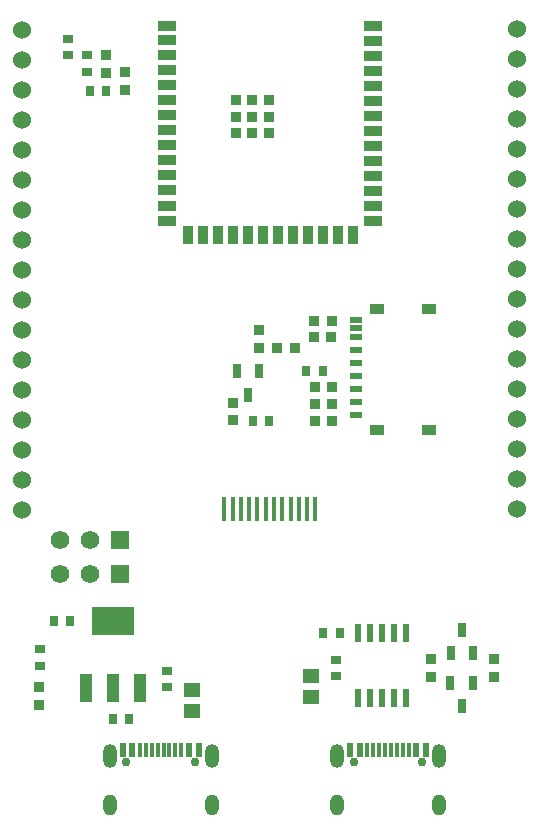
<source format=gbr>
%TF.GenerationSoftware,KiCad,Pcbnew,(6.0.2)*%
%TF.CreationDate,2022-08-25T15:18:49+08:00*%
%TF.ProjectId,ESP32S3_LCD_Card,45535033-3253-4335-9f4c-43445f436172,rev?*%
%TF.SameCoordinates,Original*%
%TF.FileFunction,Soldermask,Top*%
%TF.FilePolarity,Negative*%
%FSLAX46Y46*%
G04 Gerber Fmt 4.6, Leading zero omitted, Abs format (unit mm)*
G04 Created by KiCad (PCBNEW (6.0.2)) date 2022-08-25 15:18:49*
%MOMM*%
%LPD*%
G01*
G04 APERTURE LIST*
%ADD10R,0.806000X0.864000*%
%ADD11R,0.900000X0.800000*%
%ADD12R,0.864000X0.806000*%
%ADD13R,1.470000X1.160000*%
%ADD14R,1.575000X1.575000*%
%ADD15C,1.575000*%
%ADD16R,0.600000X1.500000*%
%ADD17C,0.750000*%
%ADD18O,1.200000X2.000000*%
%ADD19O,1.200000X1.800000*%
%ADD20R,0.600000X1.150000*%
%ADD21R,0.300000X1.150000*%
%ADD22R,0.980000X2.470000*%
%ADD23R,3.600000X2.470000*%
%ADD24R,0.864000X0.800000*%
%ADD25R,0.800000X0.900000*%
%ADD26C,1.524000*%
%ADD27R,1.500000X0.900000*%
%ADD28R,0.900000X1.500000*%
%ADD29R,0.900000X0.900000*%
%ADD30R,1.000000X0.500000*%
%ADD31R,1.200000X0.950000*%
%ADD32R,0.700000X1.250000*%
%ADD33R,0.350000X2.000000*%
G04 APERTURE END LIST*
D10*
%TO.C,R10*%
X145723318Y-100266722D03*
X144217318Y-100266722D03*
%TD*%
D11*
%TO.C,C14*%
X146045633Y-130389967D03*
X146045633Y-128989967D03*
%TD*%
D12*
%TO.C,R5*%
X137336822Y-107209991D03*
X137336822Y-108715991D03*
%TD*%
D13*
%TO.C,D1*%
X133922155Y-131524930D03*
X133922155Y-133304930D03*
%TD*%
D14*
%TO.C,GND*%
X127776822Y-118812991D03*
D15*
X125236822Y-118812991D03*
X122696822Y-118812991D03*
%TD*%
D16*
%TO.C,CH340*%
X147986822Y-132262991D03*
X148986822Y-132262991D03*
X149986822Y-132262991D03*
X150986822Y-132262991D03*
X151986822Y-132262991D03*
X151986822Y-126762991D03*
X150986822Y-126762991D03*
X149986822Y-126762991D03*
X148986822Y-126762991D03*
X147986822Y-126762991D03*
%TD*%
D17*
%TO.C,USB*%
X134126822Y-137673991D03*
X128346822Y-137673991D03*
D18*
X126916822Y-137172991D03*
X135556822Y-137172991D03*
D19*
X126916822Y-141323991D03*
X135556822Y-141323991D03*
D20*
X128036822Y-136597991D03*
X128836822Y-136597991D03*
D21*
X129486822Y-136597991D03*
X129986822Y-136597991D03*
X130486822Y-136597991D03*
X130986822Y-136597991D03*
X131486822Y-136597991D03*
X131986822Y-136597991D03*
X132486822Y-136597991D03*
X132986822Y-136597991D03*
D20*
X133636822Y-136597991D03*
X134454822Y-136597991D03*
%TD*%
D22*
%TO.C,LDO*%
X124877588Y-131345127D03*
X127177588Y-131345127D03*
X129477588Y-131345127D03*
D23*
X127177588Y-125675127D03*
%TD*%
D24*
%TO.C,POW*%
X120986822Y-128112991D03*
X120986822Y-129512991D03*
%TD*%
D25*
%TO.C,C12*%
X127194728Y-134017676D03*
X128594728Y-134017676D03*
%TD*%
D12*
%TO.C,R13*%
X159434515Y-128951463D03*
X159434515Y-130457463D03*
%TD*%
D11*
%TO.C,C1*%
X124986822Y-79212991D03*
X124986822Y-77812991D03*
%TD*%
D17*
%TO.C,UART*%
X153376822Y-137673991D03*
X147596822Y-137673991D03*
D19*
X146166822Y-141323991D03*
D18*
X146166822Y-137172991D03*
X154806822Y-137172991D03*
D19*
X154806822Y-141323991D03*
D20*
X147286822Y-136597991D03*
X148086822Y-136597991D03*
D21*
X148736822Y-136597991D03*
X149236822Y-136597991D03*
X149736822Y-136597991D03*
X150236822Y-136597991D03*
X150736822Y-136597991D03*
X151236822Y-136597991D03*
X151736822Y-136597991D03*
X152236822Y-136597991D03*
D20*
X152886822Y-136597991D03*
X153704822Y-136597991D03*
%TD*%
D12*
%TO.C,R2*%
X139536822Y-101109991D03*
X139536822Y-102615991D03*
%TD*%
D25*
%TO.C,C4*%
X139036822Y-108762991D03*
X140436822Y-108762991D03*
%TD*%
D26*
%TO.C,H1*%
X119486822Y-116296991D03*
X119486822Y-113756991D03*
X119486822Y-111216991D03*
X119486822Y-108676991D03*
X119486822Y-106136991D03*
X119486822Y-103596991D03*
X119486822Y-101056991D03*
X119486822Y-98516991D03*
X119486822Y-95976991D03*
X119486822Y-93436991D03*
X119486822Y-90896991D03*
X119486822Y-88356991D03*
X119486822Y-85816991D03*
X119486822Y-83276991D03*
X119486822Y-80736991D03*
X119486822Y-78196991D03*
X119486822Y-75656991D03*
%TD*%
D14*
%TO.C,3V3*%
X127758593Y-121762991D03*
D15*
X125218593Y-121762991D03*
X122678593Y-121762991D03*
%TD*%
D11*
%TO.C,C9*%
X131772225Y-131333560D03*
X131772225Y-129933560D03*
%TD*%
D27*
%TO.C,MCU*%
X131758411Y-75305032D03*
X131758411Y-76551032D03*
X131758411Y-77821032D03*
X131758411Y-79091032D03*
X131758411Y-80361032D03*
X131758411Y-81631032D03*
X131758411Y-82901032D03*
X131758411Y-84171032D03*
X131758411Y-85441032D03*
X131758411Y-86711032D03*
X131758411Y-87981032D03*
X131758411Y-89251032D03*
X131758411Y-90545032D03*
X131758411Y-91815032D03*
D28*
X133523411Y-93065032D03*
X134793411Y-93065032D03*
X136063411Y-93065032D03*
X137333411Y-93065032D03*
X138603411Y-93065032D03*
X139873411Y-93065032D03*
X141143411Y-93065032D03*
X142413411Y-93065032D03*
X143683411Y-93065032D03*
X144953411Y-93065032D03*
X146223411Y-93065032D03*
X147493411Y-93065032D03*
D27*
X149258411Y-91815032D03*
X149258411Y-90545032D03*
X149258411Y-89275032D03*
X149258411Y-88005032D03*
X149258411Y-86735032D03*
X149258411Y-85465032D03*
X149258411Y-84195032D03*
X149258411Y-82925032D03*
X149258411Y-81655032D03*
X149258411Y-80385032D03*
X149258411Y-79115032D03*
X149258411Y-77845032D03*
X149258411Y-76575032D03*
X149258411Y-75305032D03*
D29*
X140401411Y-81634032D03*
X140408411Y-83028032D03*
X140401411Y-84428032D03*
X137601411Y-84428032D03*
X139008411Y-83025032D03*
X139001411Y-81631032D03*
X137601411Y-81634032D03*
X137608411Y-83028032D03*
X139001411Y-84425032D03*
%TD*%
D30*
%TO.C,CARD*%
X147776000Y-108244000D03*
X147776000Y-107144000D03*
X147776000Y-106044000D03*
X147776000Y-104944000D03*
X147776000Y-103844000D03*
X147776000Y-102744000D03*
X147776000Y-101644000D03*
X147776000Y-100894000D03*
X147776000Y-100194000D03*
D31*
X153976000Y-99294000D03*
X153976000Y-109494000D03*
X149526000Y-99294000D03*
X149526000Y-109494000D03*
%TD*%
D10*
%TO.C,R6*%
X145785493Y-108735514D03*
X144279493Y-108735514D03*
%TD*%
D25*
%TO.C,C6*%
X143572000Y-104545657D03*
X144972000Y-104545657D03*
%TD*%
D12*
%TO.C,R12*%
X154117167Y-130472031D03*
X154117167Y-128966031D03*
%TD*%
D10*
%TO.C,R7*%
X145782076Y-107310439D03*
X144276076Y-107310439D03*
%TD*%
D32*
%TO.C,Q2*%
X155789421Y-128431844D03*
X157689421Y-128431844D03*
X156739421Y-126431844D03*
%TD*%
D25*
%TO.C,C13*%
X146414319Y-126765111D03*
X145014319Y-126765111D03*
%TD*%
D12*
%TO.C,R11*%
X120977452Y-131291546D03*
X120977452Y-132797546D03*
%TD*%
D26*
%TO.C,H2*%
X161417000Y-116197358D03*
X161417000Y-113657358D03*
X161417000Y-111117358D03*
X161417000Y-108577358D03*
X161417000Y-106037358D03*
X161417000Y-103497358D03*
X161417000Y-100957358D03*
X161417000Y-98417358D03*
X161417000Y-95877358D03*
X161417000Y-93337358D03*
X161417000Y-90797358D03*
X161417000Y-88257358D03*
X161417000Y-85717358D03*
X161417000Y-83177358D03*
X161417000Y-80637358D03*
X161417000Y-78097358D03*
X161417000Y-75557358D03*
%TD*%
D25*
%TO.C,C8*%
X123570309Y-125687392D03*
X122170309Y-125687392D03*
%TD*%
%TO.C,C2*%
X125222000Y-80865115D03*
X126622000Y-80865115D03*
%TD*%
D10*
%TO.C,R8*%
X145787000Y-105918000D03*
X144281000Y-105918000D03*
%TD*%
%TO.C,R9*%
X145698297Y-101667878D03*
X144192297Y-101667878D03*
%TD*%
D12*
%TO.C,R1*%
X128236822Y-80765991D03*
X128236822Y-79259991D03*
%TD*%
D32*
%TO.C,Q3*%
X157678349Y-130914139D03*
X155778349Y-130914139D03*
X156728349Y-132914139D03*
%TD*%
D13*
%TO.C,D2*%
X143957130Y-130376583D03*
X143957130Y-132156583D03*
%TD*%
D12*
%TO.C,R4*%
X126637889Y-79277331D03*
X126637889Y-77771331D03*
%TD*%
D11*
%TO.C,C3*%
X123386822Y-76412991D03*
X123386822Y-77812991D03*
%TD*%
D32*
%TO.C,Q1*%
X139586822Y-104562991D03*
X137686822Y-104562991D03*
X138636822Y-106562991D03*
%TD*%
D10*
%TO.C,R3*%
X142589822Y-102562991D03*
X141083822Y-102562991D03*
%TD*%
D33*
%TO.C,GC9A1*%
X136636822Y-116206447D03*
X137336822Y-116206447D03*
X138036822Y-116206447D03*
X138736822Y-116206447D03*
X139436822Y-116206447D03*
X140136822Y-116206447D03*
X140836822Y-116206447D03*
X141536822Y-116206447D03*
X142236822Y-116206447D03*
X142936822Y-116206447D03*
X143636822Y-116206447D03*
X144336822Y-116206447D03*
%TD*%
M02*

</source>
